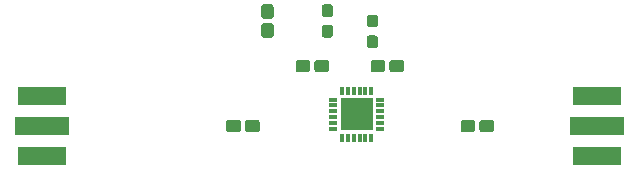
<source format=gbr>
G04 #@! TF.GenerationSoftware,KiCad,Pcbnew,5.1.2-f72e74a~84~ubuntu18.04.1*
G04 #@! TF.CreationDate,2019-07-08T15:36:52+02:00*
G04 #@! TF.ProjectId,prototype_1,70726f74-6f74-4797-9065-5f312e6b6963,rev?*
G04 #@! TF.SameCoordinates,Original*
G04 #@! TF.FileFunction,Paste,Top*
G04 #@! TF.FilePolarity,Positive*
%FSLAX46Y46*%
G04 Gerber Fmt 4.6, Leading zero omitted, Abs format (unit mm)*
G04 Created by KiCad (PCBNEW 5.1.2-f72e74a~84~ubuntu18.04.1) date 2019-07-08 15:36:52*
%MOMM*%
%LPD*%
G04 APERTURE LIST*
%ADD10R,4.060000X1.520000*%
%ADD11R,4.600000X1.520000*%
%ADD12C,0.100000*%
%ADD13C,0.950000*%
%ADD14R,2.700000X2.700000*%
%ADD15R,0.800000X0.300000*%
%ADD16R,0.300000X0.800000*%
%ADD17C,1.050000*%
G04 APERTURE END LIST*
D10*
X170180000Y-125730000D03*
X170180000Y-120650000D03*
D11*
X170180000Y-123190000D03*
D10*
X123190000Y-120650000D03*
X123190000Y-125730000D03*
D11*
X123190000Y-123190000D03*
D12*
G36*
X151390779Y-115526144D02*
G01*
X151413834Y-115529563D01*
X151436443Y-115535227D01*
X151458387Y-115543079D01*
X151479457Y-115553044D01*
X151499448Y-115565026D01*
X151518168Y-115578910D01*
X151535438Y-115594562D01*
X151551090Y-115611832D01*
X151564974Y-115630552D01*
X151576956Y-115650543D01*
X151586921Y-115671613D01*
X151594773Y-115693557D01*
X151600437Y-115716166D01*
X151603856Y-115739221D01*
X151605000Y-115762500D01*
X151605000Y-116337500D01*
X151603856Y-116360779D01*
X151600437Y-116383834D01*
X151594773Y-116406443D01*
X151586921Y-116428387D01*
X151576956Y-116449457D01*
X151564974Y-116469448D01*
X151551090Y-116488168D01*
X151535438Y-116505438D01*
X151518168Y-116521090D01*
X151499448Y-116534974D01*
X151479457Y-116546956D01*
X151458387Y-116556921D01*
X151436443Y-116564773D01*
X151413834Y-116570437D01*
X151390779Y-116573856D01*
X151367500Y-116575000D01*
X150892500Y-116575000D01*
X150869221Y-116573856D01*
X150846166Y-116570437D01*
X150823557Y-116564773D01*
X150801613Y-116556921D01*
X150780543Y-116546956D01*
X150760552Y-116534974D01*
X150741832Y-116521090D01*
X150724562Y-116505438D01*
X150708910Y-116488168D01*
X150695026Y-116469448D01*
X150683044Y-116449457D01*
X150673079Y-116428387D01*
X150665227Y-116406443D01*
X150659563Y-116383834D01*
X150656144Y-116360779D01*
X150655000Y-116337500D01*
X150655000Y-115762500D01*
X150656144Y-115739221D01*
X150659563Y-115716166D01*
X150665227Y-115693557D01*
X150673079Y-115671613D01*
X150683044Y-115650543D01*
X150695026Y-115630552D01*
X150708910Y-115611832D01*
X150724562Y-115594562D01*
X150741832Y-115578910D01*
X150760552Y-115565026D01*
X150780543Y-115553044D01*
X150801613Y-115543079D01*
X150823557Y-115535227D01*
X150846166Y-115529563D01*
X150869221Y-115526144D01*
X150892500Y-115525000D01*
X151367500Y-115525000D01*
X151390779Y-115526144D01*
X151390779Y-115526144D01*
G37*
D13*
X151130000Y-116050000D03*
D12*
G36*
X151390779Y-113776144D02*
G01*
X151413834Y-113779563D01*
X151436443Y-113785227D01*
X151458387Y-113793079D01*
X151479457Y-113803044D01*
X151499448Y-113815026D01*
X151518168Y-113828910D01*
X151535438Y-113844562D01*
X151551090Y-113861832D01*
X151564974Y-113880552D01*
X151576956Y-113900543D01*
X151586921Y-113921613D01*
X151594773Y-113943557D01*
X151600437Y-113966166D01*
X151603856Y-113989221D01*
X151605000Y-114012500D01*
X151605000Y-114587500D01*
X151603856Y-114610779D01*
X151600437Y-114633834D01*
X151594773Y-114656443D01*
X151586921Y-114678387D01*
X151576956Y-114699457D01*
X151564974Y-114719448D01*
X151551090Y-114738168D01*
X151535438Y-114755438D01*
X151518168Y-114771090D01*
X151499448Y-114784974D01*
X151479457Y-114796956D01*
X151458387Y-114806921D01*
X151436443Y-114814773D01*
X151413834Y-114820437D01*
X151390779Y-114823856D01*
X151367500Y-114825000D01*
X150892500Y-114825000D01*
X150869221Y-114823856D01*
X150846166Y-114820437D01*
X150823557Y-114814773D01*
X150801613Y-114806921D01*
X150780543Y-114796956D01*
X150760552Y-114784974D01*
X150741832Y-114771090D01*
X150724562Y-114755438D01*
X150708910Y-114738168D01*
X150695026Y-114719448D01*
X150683044Y-114699457D01*
X150673079Y-114678387D01*
X150665227Y-114656443D01*
X150659563Y-114633834D01*
X150656144Y-114610779D01*
X150655000Y-114587500D01*
X150655000Y-114012500D01*
X150656144Y-113989221D01*
X150659563Y-113966166D01*
X150665227Y-113943557D01*
X150673079Y-113921613D01*
X150683044Y-113900543D01*
X150695026Y-113880552D01*
X150708910Y-113861832D01*
X150724562Y-113844562D01*
X150741832Y-113828910D01*
X150760552Y-113815026D01*
X150780543Y-113803044D01*
X150801613Y-113793079D01*
X150823557Y-113785227D01*
X150846166Y-113779563D01*
X150869221Y-113776144D01*
X150892500Y-113775000D01*
X151367500Y-113775000D01*
X151390779Y-113776144D01*
X151390779Y-113776144D01*
G37*
D13*
X151130000Y-114300000D03*
D12*
G36*
X147580779Y-114651144D02*
G01*
X147603834Y-114654563D01*
X147626443Y-114660227D01*
X147648387Y-114668079D01*
X147669457Y-114678044D01*
X147689448Y-114690026D01*
X147708168Y-114703910D01*
X147725438Y-114719562D01*
X147741090Y-114736832D01*
X147754974Y-114755552D01*
X147766956Y-114775543D01*
X147776921Y-114796613D01*
X147784773Y-114818557D01*
X147790437Y-114841166D01*
X147793856Y-114864221D01*
X147795000Y-114887500D01*
X147795000Y-115462500D01*
X147793856Y-115485779D01*
X147790437Y-115508834D01*
X147784773Y-115531443D01*
X147776921Y-115553387D01*
X147766956Y-115574457D01*
X147754974Y-115594448D01*
X147741090Y-115613168D01*
X147725438Y-115630438D01*
X147708168Y-115646090D01*
X147689448Y-115659974D01*
X147669457Y-115671956D01*
X147648387Y-115681921D01*
X147626443Y-115689773D01*
X147603834Y-115695437D01*
X147580779Y-115698856D01*
X147557500Y-115700000D01*
X147082500Y-115700000D01*
X147059221Y-115698856D01*
X147036166Y-115695437D01*
X147013557Y-115689773D01*
X146991613Y-115681921D01*
X146970543Y-115671956D01*
X146950552Y-115659974D01*
X146931832Y-115646090D01*
X146914562Y-115630438D01*
X146898910Y-115613168D01*
X146885026Y-115594448D01*
X146873044Y-115574457D01*
X146863079Y-115553387D01*
X146855227Y-115531443D01*
X146849563Y-115508834D01*
X146846144Y-115485779D01*
X146845000Y-115462500D01*
X146845000Y-114887500D01*
X146846144Y-114864221D01*
X146849563Y-114841166D01*
X146855227Y-114818557D01*
X146863079Y-114796613D01*
X146873044Y-114775543D01*
X146885026Y-114755552D01*
X146898910Y-114736832D01*
X146914562Y-114719562D01*
X146931832Y-114703910D01*
X146950552Y-114690026D01*
X146970543Y-114678044D01*
X146991613Y-114668079D01*
X147013557Y-114660227D01*
X147036166Y-114654563D01*
X147059221Y-114651144D01*
X147082500Y-114650000D01*
X147557500Y-114650000D01*
X147580779Y-114651144D01*
X147580779Y-114651144D01*
G37*
D13*
X147320000Y-115175000D03*
D12*
G36*
X147580779Y-112901144D02*
G01*
X147603834Y-112904563D01*
X147626443Y-112910227D01*
X147648387Y-112918079D01*
X147669457Y-112928044D01*
X147689448Y-112940026D01*
X147708168Y-112953910D01*
X147725438Y-112969562D01*
X147741090Y-112986832D01*
X147754974Y-113005552D01*
X147766956Y-113025543D01*
X147776921Y-113046613D01*
X147784773Y-113068557D01*
X147790437Y-113091166D01*
X147793856Y-113114221D01*
X147795000Y-113137500D01*
X147795000Y-113712500D01*
X147793856Y-113735779D01*
X147790437Y-113758834D01*
X147784773Y-113781443D01*
X147776921Y-113803387D01*
X147766956Y-113824457D01*
X147754974Y-113844448D01*
X147741090Y-113863168D01*
X147725438Y-113880438D01*
X147708168Y-113896090D01*
X147689448Y-113909974D01*
X147669457Y-113921956D01*
X147648387Y-113931921D01*
X147626443Y-113939773D01*
X147603834Y-113945437D01*
X147580779Y-113948856D01*
X147557500Y-113950000D01*
X147082500Y-113950000D01*
X147059221Y-113948856D01*
X147036166Y-113945437D01*
X147013557Y-113939773D01*
X146991613Y-113931921D01*
X146970543Y-113921956D01*
X146950552Y-113909974D01*
X146931832Y-113896090D01*
X146914562Y-113880438D01*
X146898910Y-113863168D01*
X146885026Y-113844448D01*
X146873044Y-113824457D01*
X146863079Y-113803387D01*
X146855227Y-113781443D01*
X146849563Y-113758834D01*
X146846144Y-113735779D01*
X146845000Y-113712500D01*
X146845000Y-113137500D01*
X146846144Y-113114221D01*
X146849563Y-113091166D01*
X146855227Y-113068557D01*
X146863079Y-113046613D01*
X146873044Y-113025543D01*
X146885026Y-113005552D01*
X146898910Y-112986832D01*
X146914562Y-112969562D01*
X146931832Y-112953910D01*
X146950552Y-112940026D01*
X146970543Y-112928044D01*
X146991613Y-112918079D01*
X147013557Y-112910227D01*
X147036166Y-112904563D01*
X147059221Y-112901144D01*
X147082500Y-112900000D01*
X147557500Y-112900000D01*
X147580779Y-112901144D01*
X147580779Y-112901144D01*
G37*
D13*
X147320000Y-113425000D03*
D14*
X149804999Y-122214999D03*
D15*
X151794999Y-120954999D03*
X151794999Y-123454999D03*
X151794999Y-122954999D03*
X151794999Y-122454999D03*
X151794999Y-121454999D03*
X151794999Y-121954999D03*
X147794999Y-123454999D03*
X147794999Y-122954999D03*
X147794999Y-122454999D03*
X147794999Y-121954999D03*
X147794999Y-121454999D03*
X147794999Y-120954999D03*
D16*
X148544999Y-124204999D03*
X149044999Y-124204999D03*
X150044999Y-124204999D03*
X149544999Y-124204999D03*
X151044999Y-124204999D03*
X150544999Y-124204999D03*
X151044999Y-120204999D03*
X150544999Y-120204999D03*
X150044999Y-120204999D03*
X149544999Y-120204999D03*
X149044999Y-120204999D03*
X148544999Y-120204999D03*
D12*
G36*
X139769505Y-122666204D02*
G01*
X139793773Y-122669804D01*
X139817572Y-122675765D01*
X139840671Y-122684030D01*
X139862850Y-122694520D01*
X139883893Y-122707132D01*
X139903599Y-122721747D01*
X139921777Y-122738223D01*
X139938253Y-122756401D01*
X139952868Y-122776107D01*
X139965480Y-122797150D01*
X139975970Y-122819329D01*
X139984235Y-122842428D01*
X139990196Y-122866227D01*
X139993796Y-122890495D01*
X139995000Y-122914999D01*
X139995000Y-123465001D01*
X139993796Y-123489505D01*
X139990196Y-123513773D01*
X139984235Y-123537572D01*
X139975970Y-123560671D01*
X139965480Y-123582850D01*
X139952868Y-123603893D01*
X139938253Y-123623599D01*
X139921777Y-123641777D01*
X139903599Y-123658253D01*
X139883893Y-123672868D01*
X139862850Y-123685480D01*
X139840671Y-123695970D01*
X139817572Y-123704235D01*
X139793773Y-123710196D01*
X139769505Y-123713796D01*
X139745001Y-123715000D01*
X138994999Y-123715000D01*
X138970495Y-123713796D01*
X138946227Y-123710196D01*
X138922428Y-123704235D01*
X138899329Y-123695970D01*
X138877150Y-123685480D01*
X138856107Y-123672868D01*
X138836401Y-123658253D01*
X138818223Y-123641777D01*
X138801747Y-123623599D01*
X138787132Y-123603893D01*
X138774520Y-123582850D01*
X138764030Y-123560671D01*
X138755765Y-123537572D01*
X138749804Y-123513773D01*
X138746204Y-123489505D01*
X138745000Y-123465001D01*
X138745000Y-122914999D01*
X138746204Y-122890495D01*
X138749804Y-122866227D01*
X138755765Y-122842428D01*
X138764030Y-122819329D01*
X138774520Y-122797150D01*
X138787132Y-122776107D01*
X138801747Y-122756401D01*
X138818223Y-122738223D01*
X138836401Y-122721747D01*
X138856107Y-122707132D01*
X138877150Y-122694520D01*
X138899329Y-122684030D01*
X138922428Y-122675765D01*
X138946227Y-122669804D01*
X138970495Y-122666204D01*
X138994999Y-122665000D01*
X139745001Y-122665000D01*
X139769505Y-122666204D01*
X139769505Y-122666204D01*
G37*
D17*
X139370000Y-123190000D03*
D12*
G36*
X141369505Y-122666204D02*
G01*
X141393773Y-122669804D01*
X141417572Y-122675765D01*
X141440671Y-122684030D01*
X141462850Y-122694520D01*
X141483893Y-122707132D01*
X141503599Y-122721747D01*
X141521777Y-122738223D01*
X141538253Y-122756401D01*
X141552868Y-122776107D01*
X141565480Y-122797150D01*
X141575970Y-122819329D01*
X141584235Y-122842428D01*
X141590196Y-122866227D01*
X141593796Y-122890495D01*
X141595000Y-122914999D01*
X141595000Y-123465001D01*
X141593796Y-123489505D01*
X141590196Y-123513773D01*
X141584235Y-123537572D01*
X141575970Y-123560671D01*
X141565480Y-123582850D01*
X141552868Y-123603893D01*
X141538253Y-123623599D01*
X141521777Y-123641777D01*
X141503599Y-123658253D01*
X141483893Y-123672868D01*
X141462850Y-123685480D01*
X141440671Y-123695970D01*
X141417572Y-123704235D01*
X141393773Y-123710196D01*
X141369505Y-123713796D01*
X141345001Y-123715000D01*
X140594999Y-123715000D01*
X140570495Y-123713796D01*
X140546227Y-123710196D01*
X140522428Y-123704235D01*
X140499329Y-123695970D01*
X140477150Y-123685480D01*
X140456107Y-123672868D01*
X140436401Y-123658253D01*
X140418223Y-123641777D01*
X140401747Y-123623599D01*
X140387132Y-123603893D01*
X140374520Y-123582850D01*
X140364030Y-123560671D01*
X140355765Y-123537572D01*
X140349804Y-123513773D01*
X140346204Y-123489505D01*
X140345000Y-123465001D01*
X140345000Y-122914999D01*
X140346204Y-122890495D01*
X140349804Y-122866227D01*
X140355765Y-122842428D01*
X140364030Y-122819329D01*
X140374520Y-122797150D01*
X140387132Y-122776107D01*
X140401747Y-122756401D01*
X140418223Y-122738223D01*
X140436401Y-122721747D01*
X140456107Y-122707132D01*
X140477150Y-122694520D01*
X140499329Y-122684030D01*
X140522428Y-122675765D01*
X140546227Y-122669804D01*
X140570495Y-122666204D01*
X140594999Y-122665000D01*
X141345001Y-122665000D01*
X141369505Y-122666204D01*
X141369505Y-122666204D01*
G37*
D17*
X140970000Y-123190000D03*
D12*
G36*
X159619505Y-122666204D02*
G01*
X159643773Y-122669804D01*
X159667572Y-122675765D01*
X159690671Y-122684030D01*
X159712850Y-122694520D01*
X159733893Y-122707132D01*
X159753599Y-122721747D01*
X159771777Y-122738223D01*
X159788253Y-122756401D01*
X159802868Y-122776107D01*
X159815480Y-122797150D01*
X159825970Y-122819329D01*
X159834235Y-122842428D01*
X159840196Y-122866227D01*
X159843796Y-122890495D01*
X159845000Y-122914999D01*
X159845000Y-123465001D01*
X159843796Y-123489505D01*
X159840196Y-123513773D01*
X159834235Y-123537572D01*
X159825970Y-123560671D01*
X159815480Y-123582850D01*
X159802868Y-123603893D01*
X159788253Y-123623599D01*
X159771777Y-123641777D01*
X159753599Y-123658253D01*
X159733893Y-123672868D01*
X159712850Y-123685480D01*
X159690671Y-123695970D01*
X159667572Y-123704235D01*
X159643773Y-123710196D01*
X159619505Y-123713796D01*
X159595001Y-123715000D01*
X158844999Y-123715000D01*
X158820495Y-123713796D01*
X158796227Y-123710196D01*
X158772428Y-123704235D01*
X158749329Y-123695970D01*
X158727150Y-123685480D01*
X158706107Y-123672868D01*
X158686401Y-123658253D01*
X158668223Y-123641777D01*
X158651747Y-123623599D01*
X158637132Y-123603893D01*
X158624520Y-123582850D01*
X158614030Y-123560671D01*
X158605765Y-123537572D01*
X158599804Y-123513773D01*
X158596204Y-123489505D01*
X158595000Y-123465001D01*
X158595000Y-122914999D01*
X158596204Y-122890495D01*
X158599804Y-122866227D01*
X158605765Y-122842428D01*
X158614030Y-122819329D01*
X158624520Y-122797150D01*
X158637132Y-122776107D01*
X158651747Y-122756401D01*
X158668223Y-122738223D01*
X158686401Y-122721747D01*
X158706107Y-122707132D01*
X158727150Y-122694520D01*
X158749329Y-122684030D01*
X158772428Y-122675765D01*
X158796227Y-122669804D01*
X158820495Y-122666204D01*
X158844999Y-122665000D01*
X159595001Y-122665000D01*
X159619505Y-122666204D01*
X159619505Y-122666204D01*
G37*
D17*
X159220000Y-123190000D03*
D12*
G36*
X161219505Y-122666204D02*
G01*
X161243773Y-122669804D01*
X161267572Y-122675765D01*
X161290671Y-122684030D01*
X161312850Y-122694520D01*
X161333893Y-122707132D01*
X161353599Y-122721747D01*
X161371777Y-122738223D01*
X161388253Y-122756401D01*
X161402868Y-122776107D01*
X161415480Y-122797150D01*
X161425970Y-122819329D01*
X161434235Y-122842428D01*
X161440196Y-122866227D01*
X161443796Y-122890495D01*
X161445000Y-122914999D01*
X161445000Y-123465001D01*
X161443796Y-123489505D01*
X161440196Y-123513773D01*
X161434235Y-123537572D01*
X161425970Y-123560671D01*
X161415480Y-123582850D01*
X161402868Y-123603893D01*
X161388253Y-123623599D01*
X161371777Y-123641777D01*
X161353599Y-123658253D01*
X161333893Y-123672868D01*
X161312850Y-123685480D01*
X161290671Y-123695970D01*
X161267572Y-123704235D01*
X161243773Y-123710196D01*
X161219505Y-123713796D01*
X161195001Y-123715000D01*
X160444999Y-123715000D01*
X160420495Y-123713796D01*
X160396227Y-123710196D01*
X160372428Y-123704235D01*
X160349329Y-123695970D01*
X160327150Y-123685480D01*
X160306107Y-123672868D01*
X160286401Y-123658253D01*
X160268223Y-123641777D01*
X160251747Y-123623599D01*
X160237132Y-123603893D01*
X160224520Y-123582850D01*
X160214030Y-123560671D01*
X160205765Y-123537572D01*
X160199804Y-123513773D01*
X160196204Y-123489505D01*
X160195000Y-123465001D01*
X160195000Y-122914999D01*
X160196204Y-122890495D01*
X160199804Y-122866227D01*
X160205765Y-122842428D01*
X160214030Y-122819329D01*
X160224520Y-122797150D01*
X160237132Y-122776107D01*
X160251747Y-122756401D01*
X160268223Y-122738223D01*
X160286401Y-122721747D01*
X160306107Y-122707132D01*
X160327150Y-122694520D01*
X160349329Y-122684030D01*
X160372428Y-122675765D01*
X160396227Y-122669804D01*
X160420495Y-122666204D01*
X160444999Y-122665000D01*
X161195001Y-122665000D01*
X161219505Y-122666204D01*
X161219505Y-122666204D01*
G37*
D17*
X160820000Y-123190000D03*
D12*
G36*
X142539505Y-112876204D02*
G01*
X142563773Y-112879804D01*
X142587572Y-112885765D01*
X142610671Y-112894030D01*
X142632850Y-112904520D01*
X142653893Y-112917132D01*
X142673599Y-112931747D01*
X142691777Y-112948223D01*
X142708253Y-112966401D01*
X142722868Y-112986107D01*
X142735480Y-113007150D01*
X142745970Y-113029329D01*
X142754235Y-113052428D01*
X142760196Y-113076227D01*
X142763796Y-113100495D01*
X142765000Y-113124999D01*
X142765000Y-113875001D01*
X142763796Y-113899505D01*
X142760196Y-113923773D01*
X142754235Y-113947572D01*
X142745970Y-113970671D01*
X142735480Y-113992850D01*
X142722868Y-114013893D01*
X142708253Y-114033599D01*
X142691777Y-114051777D01*
X142673599Y-114068253D01*
X142653893Y-114082868D01*
X142632850Y-114095480D01*
X142610671Y-114105970D01*
X142587572Y-114114235D01*
X142563773Y-114120196D01*
X142539505Y-114123796D01*
X142515001Y-114125000D01*
X141964999Y-114125000D01*
X141940495Y-114123796D01*
X141916227Y-114120196D01*
X141892428Y-114114235D01*
X141869329Y-114105970D01*
X141847150Y-114095480D01*
X141826107Y-114082868D01*
X141806401Y-114068253D01*
X141788223Y-114051777D01*
X141771747Y-114033599D01*
X141757132Y-114013893D01*
X141744520Y-113992850D01*
X141734030Y-113970671D01*
X141725765Y-113947572D01*
X141719804Y-113923773D01*
X141716204Y-113899505D01*
X141715000Y-113875001D01*
X141715000Y-113124999D01*
X141716204Y-113100495D01*
X141719804Y-113076227D01*
X141725765Y-113052428D01*
X141734030Y-113029329D01*
X141744520Y-113007150D01*
X141757132Y-112986107D01*
X141771747Y-112966401D01*
X141788223Y-112948223D01*
X141806401Y-112931747D01*
X141826107Y-112917132D01*
X141847150Y-112904520D01*
X141869329Y-112894030D01*
X141892428Y-112885765D01*
X141916227Y-112879804D01*
X141940495Y-112876204D01*
X141964999Y-112875000D01*
X142515001Y-112875000D01*
X142539505Y-112876204D01*
X142539505Y-112876204D01*
G37*
D17*
X142240000Y-113500000D03*
D12*
G36*
X142539505Y-114476204D02*
G01*
X142563773Y-114479804D01*
X142587572Y-114485765D01*
X142610671Y-114494030D01*
X142632850Y-114504520D01*
X142653893Y-114517132D01*
X142673599Y-114531747D01*
X142691777Y-114548223D01*
X142708253Y-114566401D01*
X142722868Y-114586107D01*
X142735480Y-114607150D01*
X142745970Y-114629329D01*
X142754235Y-114652428D01*
X142760196Y-114676227D01*
X142763796Y-114700495D01*
X142765000Y-114724999D01*
X142765000Y-115475001D01*
X142763796Y-115499505D01*
X142760196Y-115523773D01*
X142754235Y-115547572D01*
X142745970Y-115570671D01*
X142735480Y-115592850D01*
X142722868Y-115613893D01*
X142708253Y-115633599D01*
X142691777Y-115651777D01*
X142673599Y-115668253D01*
X142653893Y-115682868D01*
X142632850Y-115695480D01*
X142610671Y-115705970D01*
X142587572Y-115714235D01*
X142563773Y-115720196D01*
X142539505Y-115723796D01*
X142515001Y-115725000D01*
X141964999Y-115725000D01*
X141940495Y-115723796D01*
X141916227Y-115720196D01*
X141892428Y-115714235D01*
X141869329Y-115705970D01*
X141847150Y-115695480D01*
X141826107Y-115682868D01*
X141806401Y-115668253D01*
X141788223Y-115651777D01*
X141771747Y-115633599D01*
X141757132Y-115613893D01*
X141744520Y-115592850D01*
X141734030Y-115570671D01*
X141725765Y-115547572D01*
X141719804Y-115523773D01*
X141716204Y-115499505D01*
X141715000Y-115475001D01*
X141715000Y-114724999D01*
X141716204Y-114700495D01*
X141719804Y-114676227D01*
X141725765Y-114652428D01*
X141734030Y-114629329D01*
X141744520Y-114607150D01*
X141757132Y-114586107D01*
X141771747Y-114566401D01*
X141788223Y-114548223D01*
X141806401Y-114531747D01*
X141826107Y-114517132D01*
X141847150Y-114504520D01*
X141869329Y-114494030D01*
X141892428Y-114485765D01*
X141916227Y-114479804D01*
X141940495Y-114476204D01*
X141964999Y-114475000D01*
X142515001Y-114475000D01*
X142539505Y-114476204D01*
X142539505Y-114476204D01*
G37*
D17*
X142240000Y-115100000D03*
D12*
G36*
X151999505Y-117586204D02*
G01*
X152023773Y-117589804D01*
X152047572Y-117595765D01*
X152070671Y-117604030D01*
X152092850Y-117614520D01*
X152113893Y-117627132D01*
X152133599Y-117641747D01*
X152151777Y-117658223D01*
X152168253Y-117676401D01*
X152182868Y-117696107D01*
X152195480Y-117717150D01*
X152205970Y-117739329D01*
X152214235Y-117762428D01*
X152220196Y-117786227D01*
X152223796Y-117810495D01*
X152225000Y-117834999D01*
X152225000Y-118385001D01*
X152223796Y-118409505D01*
X152220196Y-118433773D01*
X152214235Y-118457572D01*
X152205970Y-118480671D01*
X152195480Y-118502850D01*
X152182868Y-118523893D01*
X152168253Y-118543599D01*
X152151777Y-118561777D01*
X152133599Y-118578253D01*
X152113893Y-118592868D01*
X152092850Y-118605480D01*
X152070671Y-118615970D01*
X152047572Y-118624235D01*
X152023773Y-118630196D01*
X151999505Y-118633796D01*
X151975001Y-118635000D01*
X151224999Y-118635000D01*
X151200495Y-118633796D01*
X151176227Y-118630196D01*
X151152428Y-118624235D01*
X151129329Y-118615970D01*
X151107150Y-118605480D01*
X151086107Y-118592868D01*
X151066401Y-118578253D01*
X151048223Y-118561777D01*
X151031747Y-118543599D01*
X151017132Y-118523893D01*
X151004520Y-118502850D01*
X150994030Y-118480671D01*
X150985765Y-118457572D01*
X150979804Y-118433773D01*
X150976204Y-118409505D01*
X150975000Y-118385001D01*
X150975000Y-117834999D01*
X150976204Y-117810495D01*
X150979804Y-117786227D01*
X150985765Y-117762428D01*
X150994030Y-117739329D01*
X151004520Y-117717150D01*
X151017132Y-117696107D01*
X151031747Y-117676401D01*
X151048223Y-117658223D01*
X151066401Y-117641747D01*
X151086107Y-117627132D01*
X151107150Y-117614520D01*
X151129329Y-117604030D01*
X151152428Y-117595765D01*
X151176227Y-117589804D01*
X151200495Y-117586204D01*
X151224999Y-117585000D01*
X151975001Y-117585000D01*
X151999505Y-117586204D01*
X151999505Y-117586204D01*
G37*
D17*
X151600000Y-118110000D03*
D12*
G36*
X153599505Y-117586204D02*
G01*
X153623773Y-117589804D01*
X153647572Y-117595765D01*
X153670671Y-117604030D01*
X153692850Y-117614520D01*
X153713893Y-117627132D01*
X153733599Y-117641747D01*
X153751777Y-117658223D01*
X153768253Y-117676401D01*
X153782868Y-117696107D01*
X153795480Y-117717150D01*
X153805970Y-117739329D01*
X153814235Y-117762428D01*
X153820196Y-117786227D01*
X153823796Y-117810495D01*
X153825000Y-117834999D01*
X153825000Y-118385001D01*
X153823796Y-118409505D01*
X153820196Y-118433773D01*
X153814235Y-118457572D01*
X153805970Y-118480671D01*
X153795480Y-118502850D01*
X153782868Y-118523893D01*
X153768253Y-118543599D01*
X153751777Y-118561777D01*
X153733599Y-118578253D01*
X153713893Y-118592868D01*
X153692850Y-118605480D01*
X153670671Y-118615970D01*
X153647572Y-118624235D01*
X153623773Y-118630196D01*
X153599505Y-118633796D01*
X153575001Y-118635000D01*
X152824999Y-118635000D01*
X152800495Y-118633796D01*
X152776227Y-118630196D01*
X152752428Y-118624235D01*
X152729329Y-118615970D01*
X152707150Y-118605480D01*
X152686107Y-118592868D01*
X152666401Y-118578253D01*
X152648223Y-118561777D01*
X152631747Y-118543599D01*
X152617132Y-118523893D01*
X152604520Y-118502850D01*
X152594030Y-118480671D01*
X152585765Y-118457572D01*
X152579804Y-118433773D01*
X152576204Y-118409505D01*
X152575000Y-118385001D01*
X152575000Y-117834999D01*
X152576204Y-117810495D01*
X152579804Y-117786227D01*
X152585765Y-117762428D01*
X152594030Y-117739329D01*
X152604520Y-117717150D01*
X152617132Y-117696107D01*
X152631747Y-117676401D01*
X152648223Y-117658223D01*
X152666401Y-117641747D01*
X152686107Y-117627132D01*
X152707150Y-117614520D01*
X152729329Y-117604030D01*
X152752428Y-117595765D01*
X152776227Y-117589804D01*
X152800495Y-117586204D01*
X152824999Y-117585000D01*
X153575001Y-117585000D01*
X153599505Y-117586204D01*
X153599505Y-117586204D01*
G37*
D17*
X153200000Y-118110000D03*
D12*
G36*
X145649505Y-117586204D02*
G01*
X145673773Y-117589804D01*
X145697572Y-117595765D01*
X145720671Y-117604030D01*
X145742850Y-117614520D01*
X145763893Y-117627132D01*
X145783599Y-117641747D01*
X145801777Y-117658223D01*
X145818253Y-117676401D01*
X145832868Y-117696107D01*
X145845480Y-117717150D01*
X145855970Y-117739329D01*
X145864235Y-117762428D01*
X145870196Y-117786227D01*
X145873796Y-117810495D01*
X145875000Y-117834999D01*
X145875000Y-118385001D01*
X145873796Y-118409505D01*
X145870196Y-118433773D01*
X145864235Y-118457572D01*
X145855970Y-118480671D01*
X145845480Y-118502850D01*
X145832868Y-118523893D01*
X145818253Y-118543599D01*
X145801777Y-118561777D01*
X145783599Y-118578253D01*
X145763893Y-118592868D01*
X145742850Y-118605480D01*
X145720671Y-118615970D01*
X145697572Y-118624235D01*
X145673773Y-118630196D01*
X145649505Y-118633796D01*
X145625001Y-118635000D01*
X144874999Y-118635000D01*
X144850495Y-118633796D01*
X144826227Y-118630196D01*
X144802428Y-118624235D01*
X144779329Y-118615970D01*
X144757150Y-118605480D01*
X144736107Y-118592868D01*
X144716401Y-118578253D01*
X144698223Y-118561777D01*
X144681747Y-118543599D01*
X144667132Y-118523893D01*
X144654520Y-118502850D01*
X144644030Y-118480671D01*
X144635765Y-118457572D01*
X144629804Y-118433773D01*
X144626204Y-118409505D01*
X144625000Y-118385001D01*
X144625000Y-117834999D01*
X144626204Y-117810495D01*
X144629804Y-117786227D01*
X144635765Y-117762428D01*
X144644030Y-117739329D01*
X144654520Y-117717150D01*
X144667132Y-117696107D01*
X144681747Y-117676401D01*
X144698223Y-117658223D01*
X144716401Y-117641747D01*
X144736107Y-117627132D01*
X144757150Y-117614520D01*
X144779329Y-117604030D01*
X144802428Y-117595765D01*
X144826227Y-117589804D01*
X144850495Y-117586204D01*
X144874999Y-117585000D01*
X145625001Y-117585000D01*
X145649505Y-117586204D01*
X145649505Y-117586204D01*
G37*
D17*
X145250000Y-118110000D03*
D12*
G36*
X147249505Y-117586204D02*
G01*
X147273773Y-117589804D01*
X147297572Y-117595765D01*
X147320671Y-117604030D01*
X147342850Y-117614520D01*
X147363893Y-117627132D01*
X147383599Y-117641747D01*
X147401777Y-117658223D01*
X147418253Y-117676401D01*
X147432868Y-117696107D01*
X147445480Y-117717150D01*
X147455970Y-117739329D01*
X147464235Y-117762428D01*
X147470196Y-117786227D01*
X147473796Y-117810495D01*
X147475000Y-117834999D01*
X147475000Y-118385001D01*
X147473796Y-118409505D01*
X147470196Y-118433773D01*
X147464235Y-118457572D01*
X147455970Y-118480671D01*
X147445480Y-118502850D01*
X147432868Y-118523893D01*
X147418253Y-118543599D01*
X147401777Y-118561777D01*
X147383599Y-118578253D01*
X147363893Y-118592868D01*
X147342850Y-118605480D01*
X147320671Y-118615970D01*
X147297572Y-118624235D01*
X147273773Y-118630196D01*
X147249505Y-118633796D01*
X147225001Y-118635000D01*
X146474999Y-118635000D01*
X146450495Y-118633796D01*
X146426227Y-118630196D01*
X146402428Y-118624235D01*
X146379329Y-118615970D01*
X146357150Y-118605480D01*
X146336107Y-118592868D01*
X146316401Y-118578253D01*
X146298223Y-118561777D01*
X146281747Y-118543599D01*
X146267132Y-118523893D01*
X146254520Y-118502850D01*
X146244030Y-118480671D01*
X146235765Y-118457572D01*
X146229804Y-118433773D01*
X146226204Y-118409505D01*
X146225000Y-118385001D01*
X146225000Y-117834999D01*
X146226204Y-117810495D01*
X146229804Y-117786227D01*
X146235765Y-117762428D01*
X146244030Y-117739329D01*
X146254520Y-117717150D01*
X146267132Y-117696107D01*
X146281747Y-117676401D01*
X146298223Y-117658223D01*
X146316401Y-117641747D01*
X146336107Y-117627132D01*
X146357150Y-117614520D01*
X146379329Y-117604030D01*
X146402428Y-117595765D01*
X146426227Y-117589804D01*
X146450495Y-117586204D01*
X146474999Y-117585000D01*
X147225001Y-117585000D01*
X147249505Y-117586204D01*
X147249505Y-117586204D01*
G37*
D17*
X146850000Y-118110000D03*
M02*

</source>
